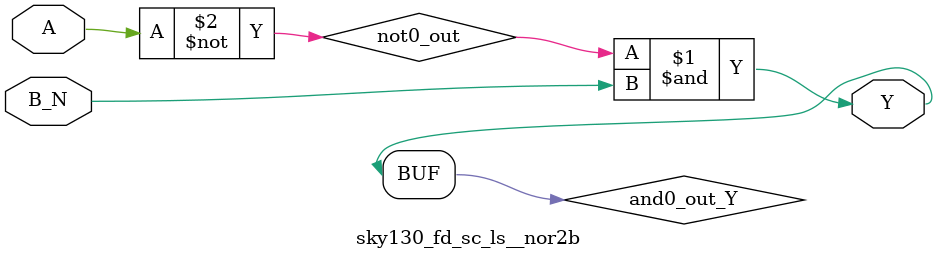
<source format=v>
/*
 * Copyright 2020 The SkyWater PDK Authors
 *
 * Licensed under the Apache License, Version 2.0 (the "License");
 * you may not use this file except in compliance with the License.
 * You may obtain a copy of the License at
 *
 *     https://www.apache.org/licenses/LICENSE-2.0
 *
 * Unless required by applicable law or agreed to in writing, software
 * distributed under the License is distributed on an "AS IS" BASIS,
 * WITHOUT WARRANTIES OR CONDITIONS OF ANY KIND, either express or implied.
 * See the License for the specific language governing permissions and
 * limitations under the License.
 *
 * SPDX-License-Identifier: Apache-2.0
*/


`ifndef SKY130_FD_SC_LS__NOR2B_FUNCTIONAL_V
`define SKY130_FD_SC_LS__NOR2B_FUNCTIONAL_V

/**
 * nor2b: 2-input NOR, first input inverted.
 *
 *        Y = !(A | B | C | !D)
 *
 * Verilog simulation functional model.
 */

`timescale 1ns / 1ps
`default_nettype none

`celldefine
module sky130_fd_sc_ls__nor2b (
    Y  ,
    A  ,
    B_N
);

    // Module ports
    output Y  ;
    input  A  ;
    input  B_N;

    // Local signals
    wire not0_out  ;
    wire and0_out_Y;

    //  Name  Output      Other arguments
    not not0 (not0_out  , A              );
    and and0 (and0_out_Y, not0_out, B_N  );
    buf buf0 (Y         , and0_out_Y     );

endmodule
`endcelldefine

`default_nettype wire
`endif  // SKY130_FD_SC_LS__NOR2B_FUNCTIONAL_V

</source>
